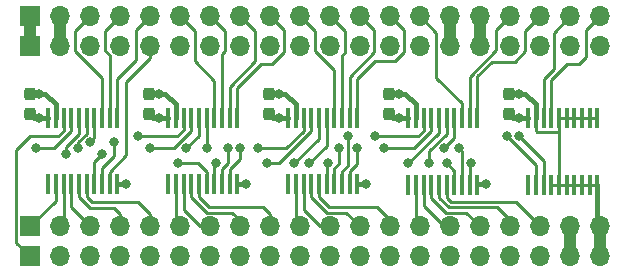
<source format=gbr>
%TF.GenerationSoftware,KiCad,Pcbnew,7.0.2*%
%TF.CreationDate,2023-06-15T20:21:22+09:00*%
%TF.ProjectId,TangNano5V,54616e67-4e61-46e6-9f35-562e6b696361,rev?*%
%TF.SameCoordinates,Original*%
%TF.FileFunction,Copper,L1,Top*%
%TF.FilePolarity,Positive*%
%FSLAX46Y46*%
G04 Gerber Fmt 4.6, Leading zero omitted, Abs format (unit mm)*
G04 Created by KiCad (PCBNEW 7.0.2) date 2023-06-15 20:21:22*
%MOMM*%
%LPD*%
G01*
G04 APERTURE LIST*
G04 Aperture macros list*
%AMRoundRect*
0 Rectangle with rounded corners*
0 $1 Rounding radius*
0 $2 $3 $4 $5 $6 $7 $8 $9 X,Y pos of 4 corners*
0 Add a 4 corners polygon primitive as box body*
4,1,4,$2,$3,$4,$5,$6,$7,$8,$9,$2,$3,0*
0 Add four circle primitives for the rounded corners*
1,1,$1+$1,$2,$3*
1,1,$1+$1,$4,$5*
1,1,$1+$1,$6,$7*
1,1,$1+$1,$8,$9*
0 Add four rect primitives between the rounded corners*
20,1,$1+$1,$2,$3,$4,$5,0*
20,1,$1+$1,$4,$5,$6,$7,0*
20,1,$1+$1,$6,$7,$8,$9,0*
20,1,$1+$1,$8,$9,$2,$3,0*%
G04 Aperture macros list end*
%TA.AperFunction,SMDPad,CuDef*%
%ADD10R,0.355600X1.676400*%
%TD*%
%TA.AperFunction,ComponentPad*%
%ADD11R,1.700000X1.700000*%
%TD*%
%TA.AperFunction,ComponentPad*%
%ADD12O,1.700000X1.700000*%
%TD*%
%TA.AperFunction,SMDPad,CuDef*%
%ADD13RoundRect,0.237500X0.237500X-0.300000X0.237500X0.300000X-0.237500X0.300000X-0.237500X-0.300000X0*%
%TD*%
%TA.AperFunction,ViaPad*%
%ADD14C,0.800000*%
%TD*%
%TA.AperFunction,Conductor*%
%ADD15C,0.250000*%
%TD*%
%TA.AperFunction,Conductor*%
%ADD16C,1.000000*%
%TD*%
%TA.AperFunction,Conductor*%
%ADD17C,0.400000*%
%TD*%
G04 APERTURE END LIST*
D10*
%TO.P,U1,20,VCC*%
%TO.N,+3.3V*%
X4064002Y-11125200D03*
%TO.P,U1,19,\u002AOE*%
%TO.N,GND*%
X4714001Y-11125200D03*
%TO.P,U1,18,B1*%
%TO.N,PIN73*%
X5364002Y-11125200D03*
%TO.P,U1,17,B2*%
%TO.N,PIN74*%
X6014001Y-11125200D03*
%TO.P,U1,16,B3*%
%TO.N,PIN75*%
X6664002Y-11125200D03*
%TO.P,U1,15,B4*%
%TO.N,PIN85*%
X7314001Y-11125200D03*
%TO.P,U1,14,B5*%
%TO.N,PIN77*%
X7964002Y-11125200D03*
%TO.P,U1,13,B6*%
%TO.N,PIN76*%
X8614001Y-11125200D03*
%TO.P,U1,12,B7*%
%TO.N,PIN80*%
X9264002Y-11125200D03*
%TO.P,U1,11,B8*%
%TO.N,PIN42*%
X9914000Y-11125200D03*
%TO.P,U1,10,GND*%
%TO.N,GND*%
X9913998Y-16764000D03*
%TO.P,U1,9,A8*%
%TO.N,PIN42_H*%
X9263999Y-16764000D03*
%TO.P,U1,8,A7*%
%TO.N,PIN80_H*%
X8613998Y-16764000D03*
%TO.P,U1,7,A6*%
%TO.N,PIN76_H*%
X7963999Y-16764000D03*
%TO.P,U1,6,A5*%
%TO.N,PIN77_H*%
X7313998Y-16764000D03*
%TO.P,U1,5,A4*%
%TO.N,PIN85_H*%
X6663999Y-16764000D03*
%TO.P,U1,4,A3*%
%TO.N,PIN75_H*%
X6014001Y-16764000D03*
%TO.P,U1,3,A2*%
%TO.N,PIN74_H*%
X5363999Y-16764000D03*
%TO.P,U1,2,A1*%
%TO.N,PIN73_H*%
X4714001Y-16764000D03*
%TO.P,U1,1,NC*%
%TO.N,unconnected-(U1-NC-Pad1)*%
X4064000Y-16764000D03*
%TD*%
%TO.P,U5,1,NC*%
%TO.N,unconnected-(U5-NC-Pad1)*%
X44704000Y-16789400D03*
%TO.P,U5,2,A1*%
%TO.N,PIN53_H*%
X45354001Y-16789400D03*
%TO.P,U5,3,A2*%
%TO.N,PIN52_H*%
X46003999Y-16789400D03*
%TO.P,U5,4,A3*%
%TO.N,GND*%
X46654001Y-16789400D03*
%TO.P,U5,5,A4*%
X47303999Y-16789400D03*
%TO.P,U5,6,A5*%
X47953998Y-16789400D03*
%TO.P,U5,7,A6*%
X48603999Y-16789400D03*
%TO.P,U5,8,A7*%
X49253998Y-16789400D03*
%TO.P,U5,9,A8*%
X49903999Y-16789400D03*
%TO.P,U5,10,GND*%
X50553998Y-16789400D03*
%TO.P,U5,11,B8*%
X50554000Y-11150600D03*
%TO.P,U5,12,B7*%
X49904002Y-11150600D03*
%TO.P,U5,13,B6*%
X49254001Y-11150600D03*
%TO.P,U5,14,B5*%
X48604002Y-11150600D03*
%TO.P,U5,15,B4*%
X47954001Y-11150600D03*
%TO.P,U5,16,B3*%
X47304002Y-11150600D03*
%TO.P,U5,17,B2*%
%TO.N,PIN52*%
X46654001Y-11150600D03*
%TO.P,U5,18,B1*%
%TO.N,PIN53*%
X46004002Y-11150600D03*
%TO.P,U5,19,\u002AOE*%
%TO.N,GND*%
X45354001Y-11150600D03*
%TO.P,U5,20,VCC*%
%TO.N,+3.3V*%
X44704002Y-11150600D03*
%TD*%
D11*
%TO.P,J2,1,Pin_1*%
%TO.N,+5V*%
X2540000Y-2540000D03*
D12*
%TO.P,J2,2,Pin_2*%
%TO.N,GND*%
X5080000Y-2540000D03*
%TO.P,J2,3,Pin_3*%
%TO.N,PIN76*%
X7620000Y-2540000D03*
%TO.P,J2,4,Pin_4*%
%TO.N,PIN80*%
X10160000Y-2540000D03*
%TO.P,J2,5,Pin_5*%
%TO.N,PIN42*%
X12700000Y-2540000D03*
%TO.P,J2,6,Pin_6*%
%TO.N,PIN41*%
X15240000Y-2540000D03*
%TO.P,J2,7,Pin_7*%
%TO.N,PIN56*%
X17780000Y-2540000D03*
%TO.P,J2,8,Pin_8*%
%TO.N,PIN54*%
X20320000Y-2540000D03*
%TO.P,J2,9,Pin_9*%
%TO.N,PIN51*%
X22860000Y-2540000D03*
%TO.P,J2,10,Pin_10*%
%TO.N,PIN48*%
X25400000Y-2540000D03*
%TO.P,J2,11,Pin_11*%
%TO.N,PIN55*%
X27940000Y-2540000D03*
%TO.P,J2,12,Pin_12*%
%TO.N,PIN49*%
X30480000Y-2540000D03*
%TO.P,J2,13,Pin_13*%
%TO.N,PIN86*%
X33020000Y-2540000D03*
%TO.P,J2,14,Pin_14*%
%TO.N,PIN79*%
X35560000Y-2540000D03*
%TO.P,J2,15,Pin_15*%
%TO.N,GND*%
X38100000Y-2540000D03*
%TO.P,J2,16,Pin_16*%
%TO.N,+3.3V*%
X40640000Y-2540000D03*
%TO.P,J2,17,Pin_17*%
%TO.N,PIN72*%
X43180000Y-2540000D03*
%TO.P,J2,18,Pin_18*%
%TO.N,PIN71*%
X45720000Y-2540000D03*
%TO.P,J2,19,Pin_19*%
%TO.N,PIN53*%
X48260000Y-2540000D03*
%TO.P,J2,20,Pin_20*%
%TO.N,PIN52*%
X50800000Y-2540000D03*
%TD*%
D10*
%TO.P,U2,1,NC*%
%TO.N,unconnected-(U2-NC-Pad1)*%
X14224000Y-16764000D03*
%TO.P,U2,2,A1*%
%TO.N,PIN15_H*%
X14874001Y-16764000D03*
%TO.P,U2,3,A2*%
%TO.N,PIN16_H*%
X15523999Y-16764000D03*
%TO.P,U2,4,A3*%
%TO.N,PIN27_H*%
X16174001Y-16764000D03*
%TO.P,U2,5,A4*%
%TO.N,PIN28_H*%
X16823999Y-16764000D03*
%TO.P,U2,6,A5*%
%TO.N,PIN41_H*%
X17473998Y-16764000D03*
%TO.P,U2,7,A6*%
%TO.N,PIN56_H*%
X18123999Y-16764000D03*
%TO.P,U2,8,A7*%
%TO.N,PIN54_H*%
X18773998Y-16764000D03*
%TO.P,U2,9,A8*%
%TO.N,PIN51_H*%
X19423999Y-16764000D03*
%TO.P,U2,10,GND*%
%TO.N,GND*%
X20073998Y-16764000D03*
%TO.P,U2,11,B8*%
%TO.N,PIN51*%
X20074000Y-11125200D03*
%TO.P,U2,12,B7*%
%TO.N,PIN54*%
X19424002Y-11125200D03*
%TO.P,U2,13,B6*%
%TO.N,PIN56*%
X18774001Y-11125200D03*
%TO.P,U2,14,B5*%
%TO.N,PIN41*%
X18124002Y-11125200D03*
%TO.P,U2,15,B4*%
%TO.N,PIN28*%
X17474001Y-11125200D03*
%TO.P,U2,16,B3*%
%TO.N,PIN27*%
X16824002Y-11125200D03*
%TO.P,U2,17,B2*%
%TO.N,PIN16*%
X16174001Y-11125200D03*
%TO.P,U2,18,B1*%
%TO.N,PIN15*%
X15524002Y-11125200D03*
%TO.P,U2,19,\u002AOE*%
%TO.N,GND*%
X14874001Y-11125200D03*
%TO.P,U2,20,VCC*%
%TO.N,+3.3V*%
X14224002Y-11125200D03*
%TD*%
D13*
%TO.P,C5,1*%
%TO.N,+3.3V*%
X43053000Y-10795000D03*
%TO.P,C5,2*%
%TO.N,GND*%
X43053000Y-9070000D03*
%TD*%
%TO.P,C2,1*%
%TO.N,+3.3V*%
X12573000Y-10795000D03*
%TO.P,C2,2*%
%TO.N,GND*%
X12573000Y-9070000D03*
%TD*%
D11*
%TO.P,J1,1,Pin_1*%
%TO.N,PIN73*%
X2540000Y-22860000D03*
D12*
%TO.P,J1,2,Pin_2*%
%TO.N,PIN74*%
X5080000Y-22860000D03*
%TO.P,J1,3,Pin_3*%
%TO.N,PIN75*%
X7620000Y-22860000D03*
%TO.P,J1,4,Pin_4*%
%TO.N,PIN85*%
X10160000Y-22860000D03*
%TO.P,J1,5,Pin_5*%
%TO.N,PIN77*%
X12700000Y-22860000D03*
%TO.P,J1,6,Pin_6*%
%TO.N,PIN15*%
X15240000Y-22860000D03*
%TO.P,J1,7,Pin_7*%
%TO.N,PIN16*%
X17780000Y-22860000D03*
%TO.P,J1,8,Pin_8*%
%TO.N,PIN27*%
X20320000Y-22860000D03*
%TO.P,J1,9,Pin_9*%
%TO.N,PIN28*%
X22860000Y-22860000D03*
%TO.P,J1,10,Pin_10*%
%TO.N,PIN25*%
X25400000Y-22860000D03*
%TO.P,J1,11,Pin_11*%
%TO.N,PIN26*%
X27940000Y-22860000D03*
%TO.P,J1,12,Pin_12*%
%TO.N,PIN29*%
X30480000Y-22860000D03*
%TO.P,J1,13,Pin_13*%
%TO.N,PIN30*%
X33020000Y-22860000D03*
%TO.P,J1,14,Pin_14*%
%TO.N,PIN31*%
X35560000Y-22860000D03*
%TO.P,J1,15,Pin_15*%
%TO.N,PIN17*%
X38100000Y-22860000D03*
%TO.P,J1,16,Pin_16*%
%TO.N,PIN20*%
X40640000Y-22860000D03*
%TO.P,J1,17,Pin_17*%
%TO.N,PIN19*%
X43180000Y-22860000D03*
%TO.P,J1,18,Pin_18*%
%TO.N,PIN18*%
X45720000Y-22860000D03*
%TO.P,J1,19,Pin_19*%
%TO.N,+3.3V*%
X48260000Y-22860000D03*
%TO.P,J1,20,Pin_20*%
%TO.N,GND*%
X50800000Y-22860000D03*
%TD*%
D13*
%TO.P,C4,1*%
%TO.N,+3.3V*%
X32893000Y-10795000D03*
%TO.P,C4,2*%
%TO.N,GND*%
X32893000Y-9070000D03*
%TD*%
%TO.P,C1,1*%
%TO.N,+3.3V*%
X2540000Y-10795000D03*
%TO.P,C1,2*%
%TO.N,GND*%
X2540000Y-9070000D03*
%TD*%
D10*
%TO.P,U4,1,NC*%
%TO.N,unconnected-(U4-NC-Pad1)*%
X34544000Y-16789400D03*
%TO.P,U4,2,A1*%
%TO.N,PIN31_H*%
X35194001Y-16789400D03*
%TO.P,U4,3,A2*%
%TO.N,PIN17_H*%
X35843999Y-16789400D03*
%TO.P,U4,4,A3*%
%TO.N,PIN20_H*%
X36494001Y-16789400D03*
%TO.P,U4,5,A4*%
%TO.N,PIN19_H*%
X37143999Y-16789400D03*
%TO.P,U4,6,A5*%
%TO.N,PIN18_H*%
X37793998Y-16789400D03*
%TO.P,U4,7,A6*%
%TO.N,PIN79_H*%
X38443999Y-16789400D03*
%TO.P,U4,8,A7*%
%TO.N,PIN72_H*%
X39093998Y-16789400D03*
%TO.P,U4,9,A8*%
%TO.N,PIN71_H*%
X39743999Y-16789400D03*
%TO.P,U4,10,GND*%
%TO.N,GND*%
X40393998Y-16789400D03*
%TO.P,U4,11,B8*%
%TO.N,PIN71*%
X40394000Y-11150600D03*
%TO.P,U4,12,B7*%
%TO.N,PIN72*%
X39744002Y-11150600D03*
%TO.P,U4,13,B6*%
%TO.N,PIN79*%
X39094001Y-11150600D03*
%TO.P,U4,14,B5*%
%TO.N,PIN18*%
X38444002Y-11150600D03*
%TO.P,U4,15,B4*%
%TO.N,PIN19*%
X37794001Y-11150600D03*
%TO.P,U4,16,B3*%
%TO.N,PIN20*%
X37144002Y-11150600D03*
%TO.P,U4,17,B2*%
%TO.N,PIN17*%
X36494001Y-11150600D03*
%TO.P,U4,18,B1*%
%TO.N,PIN31*%
X35844002Y-11150600D03*
%TO.P,U4,19,\u002AOE*%
%TO.N,GND*%
X35194001Y-11150600D03*
%TO.P,U4,20,VCC*%
%TO.N,+3.3V*%
X34544002Y-11150600D03*
%TD*%
%TO.P,U3,1,NC*%
%TO.N,unconnected-(U3-NC-Pad1)*%
X24384000Y-16764000D03*
%TO.P,U3,2,A1*%
%TO.N,PIN25_H*%
X25034001Y-16764000D03*
%TO.P,U3,3,A2*%
%TO.N,PIN26_H*%
X25683999Y-16764000D03*
%TO.P,U3,4,A3*%
%TO.N,PIN29_H*%
X26334001Y-16764000D03*
%TO.P,U3,5,A4*%
%TO.N,PIN30_H*%
X26983999Y-16764000D03*
%TO.P,U3,6,A5*%
%TO.N,PIN48_H*%
X27633998Y-16764000D03*
%TO.P,U3,7,A6*%
%TO.N,PIN55_H*%
X28283999Y-16764000D03*
%TO.P,U3,8,A7*%
%TO.N,PIN49_H*%
X28933998Y-16764000D03*
%TO.P,U3,9,A8*%
%TO.N,PIN86_H*%
X29583999Y-16764000D03*
%TO.P,U3,10,GND*%
%TO.N,GND*%
X30233998Y-16764000D03*
%TO.P,U3,11,B8*%
%TO.N,PIN86*%
X30234000Y-11125200D03*
%TO.P,U3,12,B7*%
%TO.N,PIN49*%
X29584002Y-11125200D03*
%TO.P,U3,13,B6*%
%TO.N,PIN55*%
X28934001Y-11125200D03*
%TO.P,U3,14,B5*%
%TO.N,PIN48*%
X28284002Y-11125200D03*
%TO.P,U3,15,B4*%
%TO.N,PIN30*%
X27634001Y-11125200D03*
%TO.P,U3,16,B3*%
%TO.N,PIN29*%
X26984002Y-11125200D03*
%TO.P,U3,17,B2*%
%TO.N,PIN26*%
X26334001Y-11125200D03*
%TO.P,U3,18,B1*%
%TO.N,PIN25*%
X25684002Y-11125200D03*
%TO.P,U3,19,\u002AOE*%
%TO.N,GND*%
X25034001Y-11125200D03*
%TO.P,U3,20,VCC*%
%TO.N,+3.3V*%
X24384002Y-11125200D03*
%TD*%
D13*
%TO.P,C3,1*%
%TO.N,+3.3V*%
X22733000Y-10795000D03*
%TO.P,C3,2*%
%TO.N,GND*%
X22733000Y-9070000D03*
%TD*%
D11*
%TO.P,J4,1,Pin_1*%
%TO.N,+5V*%
X2540000Y-5080000D03*
D12*
%TO.P,J4,2,Pin_2*%
%TO.N,GND*%
X5080000Y-5080000D03*
%TO.P,J4,3,Pin_3*%
%TO.N,PIN76_H*%
X7620000Y-5080000D03*
%TO.P,J4,4,Pin_4*%
%TO.N,PIN80_H*%
X10160000Y-5080000D03*
%TO.P,J4,5,Pin_5*%
%TO.N,PIN42_H*%
X12700000Y-5080000D03*
%TO.P,J4,6,Pin_6*%
%TO.N,PIN41_H*%
X15240000Y-5080000D03*
%TO.P,J4,7,Pin_7*%
%TO.N,PIN56_H*%
X17780000Y-5080000D03*
%TO.P,J4,8,Pin_8*%
%TO.N,PIN54_H*%
X20320000Y-5080000D03*
%TO.P,J4,9,Pin_9*%
%TO.N,PIN51_H*%
X22860000Y-5080000D03*
%TO.P,J4,10,Pin_10*%
%TO.N,PIN48_H*%
X25400000Y-5080000D03*
%TO.P,J4,11,Pin_11*%
%TO.N,PIN55_H*%
X27940000Y-5080000D03*
%TO.P,J4,12,Pin_12*%
%TO.N,PIN49_H*%
X30480000Y-5080000D03*
%TO.P,J4,13,Pin_13*%
%TO.N,PIN86_H*%
X33020000Y-5080000D03*
%TO.P,J4,14,Pin_14*%
%TO.N,PIN79_H*%
X35560000Y-5080000D03*
%TO.P,J4,15,Pin_15*%
%TO.N,GND*%
X38100000Y-5080000D03*
%TO.P,J4,16,Pin_16*%
%TO.N,+3.3V*%
X40640000Y-5080000D03*
%TO.P,J4,17,Pin_17*%
%TO.N,PIN72_H*%
X43180000Y-5080000D03*
%TO.P,J4,18,Pin_18*%
%TO.N,PIN71_H*%
X45720000Y-5080000D03*
%TO.P,J4,19,Pin_19*%
%TO.N,PIN53_H*%
X48260000Y-5080000D03*
%TO.P,J4,20,Pin_20*%
%TO.N,PIN52_H*%
X50800000Y-5080000D03*
%TD*%
D11*
%TO.P,J3,1,Pin_1*%
%TO.N,PIN73_H*%
X2540000Y-20320000D03*
D12*
%TO.P,J3,2,Pin_2*%
%TO.N,PIN74_H*%
X5080000Y-20320000D03*
%TO.P,J3,3,Pin_3*%
%TO.N,PIN75_H*%
X7620000Y-20320000D03*
%TO.P,J3,4,Pin_4*%
%TO.N,PIN85_H*%
X10160000Y-20320000D03*
%TO.P,J3,5,Pin_5*%
%TO.N,PIN77_H*%
X12700000Y-20320000D03*
%TO.P,J3,6,Pin_6*%
%TO.N,PIN15_H*%
X15240000Y-20320000D03*
%TO.P,J3,7,Pin_7*%
%TO.N,PIN16_H*%
X17780000Y-20320000D03*
%TO.P,J3,8,Pin_8*%
%TO.N,PIN27_H*%
X20320000Y-20320000D03*
%TO.P,J3,9,Pin_9*%
%TO.N,PIN28_H*%
X22860000Y-20320000D03*
%TO.P,J3,10,Pin_10*%
%TO.N,PIN25_H*%
X25400000Y-20320000D03*
%TO.P,J3,11,Pin_11*%
%TO.N,PIN26_H*%
X27940000Y-20320000D03*
%TO.P,J3,12,Pin_12*%
%TO.N,PIN29_H*%
X30480000Y-20320000D03*
%TO.P,J3,13,Pin_13*%
%TO.N,PIN30_H*%
X33020000Y-20320000D03*
%TO.P,J3,14,Pin_14*%
%TO.N,PIN31_H*%
X35560000Y-20320000D03*
%TO.P,J3,15,Pin_15*%
%TO.N,PIN17_H*%
X38100000Y-20320000D03*
%TO.P,J3,16,Pin_16*%
%TO.N,PIN20_H*%
X40640000Y-20320000D03*
%TO.P,J3,17,Pin_17*%
%TO.N,PIN19_H*%
X43180000Y-20320000D03*
%TO.P,J3,18,Pin_18*%
%TO.N,PIN18_H*%
X45720000Y-20320000D03*
%TO.P,J3,19,Pin_19*%
%TO.N,+3.3V*%
X48260000Y-20320000D03*
%TO.P,J3,20,Pin_20*%
%TO.N,GND*%
X50800000Y-20320000D03*
%TD*%
D14*
%TO.N,PIN52_H*%
X43946299Y-12695701D03*
%TO.N,PIN53_H*%
X42926000Y-12700000D03*
%TO.N,PIN71_H*%
X39878000Y-14986000D03*
%TO.N,PIN72_H*%
X38862000Y-13716000D03*
%TO.N,PIN18*%
X37600598Y-13716000D03*
%TO.N,PIN79_H*%
X37846000Y-14986000D03*
%TO.N,PIN19*%
X36322000Y-14986000D03*
%TO.N,PIN20*%
X34544000Y-14986000D03*
%TO.N,PIN17*%
X32512000Y-13716000D03*
%TO.N,PIN31*%
X31750000Y-12700000D03*
%TO.N,PIN86_H*%
X30226000Y-13716000D03*
%TO.N,PIN49_H*%
X29464000Y-12700000D03*
%TO.N,PIN55_H*%
X28702000Y-13716000D03*
%TO.N,PIN48_H*%
X27759149Y-14912850D03*
%TO.N,PIN30*%
X26162000Y-14986000D03*
%TO.N,PIN29*%
X24892000Y-14986000D03*
%TO.N,PIN26*%
X22606000Y-14986000D03*
%TO.N,PIN25*%
X21844000Y-13716000D03*
%TO.N,PIN51_H*%
X20320000Y-13716000D03*
%TO.N,PIN54_H*%
X19304000Y-13716000D03*
%TO.N,PIN56_H*%
X18250500Y-14986000D03*
%TO.N,PIN41_H*%
X15023500Y-14986000D03*
%TO.N,PIN28*%
X17526000Y-13716000D03*
%TO.N,PIN27*%
X15748000Y-13716000D03*
%TO.N,PIN16*%
X12700000Y-13716000D03*
%TO.N,PIN15*%
X11684000Y-12700000D03*
%TO.N,PIN80_H*%
X9652000Y-13208000D03*
%TO.N,PIN75*%
X5588000Y-14224000D03*
%TO.N,PIN85*%
X6604000Y-13716000D03*
%TO.N,PIN77*%
X7620000Y-13208000D03*
%TO.N,PIN76_H*%
X8631701Y-14219701D03*
%TO.N,PIN74*%
X3048000Y-13716000D03*
%TO.N,GND*%
X10668000Y-16764000D03*
X41148000Y-16764000D03*
X30988000Y-16764000D03*
X20828000Y-16764000D03*
%TO.N,+3.3V*%
X43942000Y-11176000D03*
%TO.N,GND*%
X43942000Y-9144000D03*
X33782000Y-9144000D03*
X23622000Y-9144000D03*
X13462000Y-9144000D03*
X3302000Y-9144000D03*
%TO.N,+3.3V*%
X3302000Y-11176000D03*
X13462000Y-11176000D03*
X23622000Y-11176000D03*
X33782000Y-11176000D03*
%TD*%
D15*
%TO.N,PIN52_H*%
X46003999Y-14753401D02*
X43946299Y-12695701D01*
X46003999Y-16789400D02*
X46003999Y-14753401D01*
%TO.N,PIN53_H*%
X45354001Y-15128001D02*
X42926000Y-12700000D01*
X45354001Y-16789400D02*
X45354001Y-15128001D01*
%TO.N,PIN71_H*%
X39743999Y-15120001D02*
X39878000Y-14986000D01*
X39743999Y-16789400D02*
X39743999Y-15120001D01*
%TO.N,PIN72_H*%
X39093998Y-13947998D02*
X38862000Y-13716000D01*
X39093998Y-16789400D02*
X39093998Y-13947998D01*
%TO.N,PIN18*%
X38444002Y-12872596D02*
X37600598Y-13716000D01*
X38444002Y-11150600D02*
X38444002Y-12872596D01*
%TO.N,PIN19*%
X36322000Y-13970000D02*
X36322000Y-14986000D01*
X37794001Y-12497999D02*
X36322000Y-13970000D01*
X37794001Y-11150600D02*
X37794001Y-12497999D01*
%TO.N,PIN79_H*%
X38443999Y-15583999D02*
X37846000Y-14986000D01*
X38443999Y-16789400D02*
X38443999Y-15583999D01*
%TO.N,PIN18_H*%
X37793998Y-17877600D02*
X38161398Y-18245000D01*
X38161398Y-18245000D02*
X43645000Y-18245000D01*
X37793998Y-16789400D02*
X37793998Y-17877600D01*
X43645000Y-18245000D02*
X45720000Y-20320000D01*
%TO.N,PIN20*%
X37144002Y-12385998D02*
X34544000Y-14986000D01*
X37144002Y-11150600D02*
X37144002Y-12385998D01*
%TO.N,PIN17*%
X35016801Y-13716000D02*
X32512000Y-13716000D01*
X36494001Y-12238800D02*
X35016801Y-13716000D01*
X36494001Y-11150600D02*
X36494001Y-12238800D01*
%TO.N,PIN31*%
X35382802Y-12700000D02*
X31750000Y-12700000D01*
X35844002Y-12238800D02*
X35382802Y-12700000D01*
X35844002Y-11150600D02*
X35844002Y-12238800D01*
%TO.N,PIN86_H*%
X29583999Y-15662195D02*
X30226000Y-15020194D01*
X30226000Y-15020194D02*
X30226000Y-13716000D01*
X29583999Y-16764000D02*
X29583999Y-15662195D01*
%TO.N,PIN49_H*%
X29464000Y-15145798D02*
X29464000Y-12700000D01*
X28933998Y-15675800D02*
X29464000Y-15145798D01*
X28933998Y-16764000D02*
X28933998Y-15675800D01*
%TO.N,PIN55_H*%
X28283999Y-15413305D02*
X28702000Y-14995304D01*
X28702000Y-14995304D02*
X28702000Y-13716000D01*
X28283999Y-16764000D02*
X28283999Y-15413305D01*
%TO.N,PIN48_H*%
X27633998Y-15038001D02*
X27759149Y-14912850D01*
X27633998Y-16764000D02*
X27633998Y-15038001D01*
%TO.N,PIN30*%
X27634001Y-13513999D02*
X26162000Y-14986000D01*
X27634001Y-11125200D02*
X27634001Y-13513999D01*
%TO.N,PIN29*%
X26984002Y-12893998D02*
X24892000Y-14986000D01*
X26984002Y-11125200D02*
X26984002Y-12893998D01*
%TO.N,PIN26*%
X23561401Y-14986000D02*
X22606000Y-14986000D01*
X26334001Y-12213400D02*
X23561401Y-14986000D01*
X26334001Y-11125200D02*
X26334001Y-12213400D01*
%TO.N,PIN25*%
X24181402Y-13716000D02*
X21844000Y-13716000D01*
X25684002Y-12213400D02*
X24181402Y-13716000D01*
X25684002Y-11125200D02*
X25684002Y-12213400D01*
%TO.N,PIN51_H*%
X20320000Y-14578201D02*
X20320000Y-13716000D01*
X19423999Y-15474202D02*
X20320000Y-14578201D01*
X19423999Y-16764000D02*
X19423999Y-15474202D01*
%TO.N,PIN54_H*%
X18773998Y-15487807D02*
X19304000Y-14957805D01*
X19304000Y-14957805D02*
X19304000Y-13716000D01*
X18773998Y-16764000D02*
X18773998Y-15487807D01*
%TO.N,PIN56_H*%
X18123999Y-15112501D02*
X18250500Y-14986000D01*
X18123999Y-16764000D02*
X18123999Y-15112501D01*
%TO.N,PIN41_H*%
X16784198Y-14986000D02*
X15023500Y-14986000D01*
X17473998Y-15675800D02*
X16784198Y-14986000D01*
X17473998Y-16764000D02*
X17473998Y-15675800D01*
%TO.N,PIN28*%
X17474001Y-13664001D02*
X17526000Y-13716000D01*
X17474001Y-11125200D02*
X17474001Y-13664001D01*
%TO.N,PIN27*%
X16824002Y-12639998D02*
X15748000Y-13716000D01*
X16824002Y-11125200D02*
X16824002Y-12639998D01*
%TO.N,PIN16*%
X14671401Y-13716000D02*
X12700000Y-13716000D01*
X16174001Y-12213400D02*
X14671401Y-13716000D01*
X16174001Y-11125200D02*
X16174001Y-12213400D01*
%TO.N,PIN15*%
X15524002Y-12141199D02*
X15524002Y-11125200D01*
X14965201Y-12700000D02*
X15524002Y-12141199D01*
X11684000Y-12700000D02*
X14965201Y-12700000D01*
%TO.N,PIN80_H*%
X9652000Y-14362799D02*
X9652000Y-13208000D01*
X8613998Y-15400801D02*
X9652000Y-14362799D01*
X8613998Y-16764000D02*
X8613998Y-15400801D01*
%TO.N,PIN75*%
X5588000Y-13578299D02*
X5588000Y-14224000D01*
X6664002Y-12502297D02*
X5588000Y-13578299D01*
X6664002Y-11125200D02*
X6664002Y-12502297D01*
%TO.N,PIN85*%
X6604000Y-13198695D02*
X6604000Y-13716000D01*
X7314001Y-12488694D02*
X6604000Y-13198695D01*
X7314001Y-11125200D02*
X7314001Y-12488694D01*
%TO.N,PIN77*%
X7964002Y-12863998D02*
X7620000Y-13208000D01*
X7964002Y-11125200D02*
X7964002Y-12863998D01*
%TO.N,PIN76_H*%
X7963999Y-14887403D02*
X8631701Y-14219701D01*
X7963999Y-16764000D02*
X7963999Y-14887403D01*
%TO.N,PIN42_H*%
X10668000Y-8128000D02*
X12700000Y-6096000D01*
X10668000Y-14271799D02*
X10668000Y-8128000D01*
X12700000Y-6096000D02*
X12700000Y-5080000D01*
X9263999Y-15675800D02*
X10668000Y-14271799D01*
X9263999Y-16764000D02*
X9263999Y-15675800D01*
%TO.N,PIN52*%
X49022000Y-6604000D02*
X49625000Y-6001000D01*
X49625000Y-3715000D02*
X50800000Y-2540000D01*
X48006000Y-6604000D02*
X49022000Y-6604000D01*
X46654001Y-11150600D02*
X46654001Y-7955999D01*
X46654001Y-7955999D02*
X48006000Y-6604000D01*
X49625000Y-6001000D02*
X49625000Y-3715000D01*
%TO.N,PIN53*%
X46895000Y-6953000D02*
X46895000Y-3905000D01*
X46004002Y-7843998D02*
X46895000Y-6953000D01*
X46895000Y-3905000D02*
X48260000Y-2540000D01*
X46004002Y-11150600D02*
X46004002Y-7843998D01*
%TO.N,PIN71*%
X44450000Y-3810000D02*
X45720000Y-2540000D01*
X44450000Y-5471701D02*
X44450000Y-3810000D01*
X41662049Y-6356048D02*
X43565653Y-6356048D01*
X43565653Y-6356048D02*
X44450000Y-5471701D01*
X40394000Y-7624097D02*
X41662049Y-6356048D01*
X40394000Y-11150600D02*
X40394000Y-7624097D01*
%TO.N,PIN72*%
X42005000Y-5376701D02*
X42005000Y-3715000D01*
X42005000Y-3715000D02*
X43180000Y-2540000D01*
X39744002Y-7637699D02*
X42005000Y-5376701D01*
X39744002Y-11150600D02*
X39744002Y-7637699D01*
%TO.N,PIN79*%
X36925000Y-3905000D02*
X35560000Y-2540000D01*
X36925000Y-7715000D02*
X36925000Y-3905000D01*
X39094001Y-9884001D02*
X36925000Y-7715000D01*
X39094001Y-11150600D02*
X39094001Y-9884001D01*
%TO.N,PIN86*%
X34195000Y-3715000D02*
X33020000Y-2540000D01*
X30234000Y-7866000D02*
X31750000Y-6350000D01*
X33411701Y-6350000D02*
X34195000Y-5566701D01*
X30234000Y-11125200D02*
X30234000Y-7866000D01*
X31750000Y-6350000D02*
X33411701Y-6350000D01*
X34195000Y-5566701D02*
X34195000Y-3715000D01*
%TO.N,PIN49*%
X31655000Y-3715000D02*
X30480000Y-2540000D01*
X31655000Y-5566701D02*
X31655000Y-3715000D01*
X29584002Y-7637699D02*
X31655000Y-5566701D01*
X29584002Y-11125200D02*
X29584002Y-7637699D01*
%TO.N,PIN55*%
X29210000Y-3810000D02*
X27940000Y-2540000D01*
X29210000Y-5588000D02*
X29210000Y-3810000D01*
X28934001Y-5863999D02*
X29210000Y-5588000D01*
X28934001Y-11125200D02*
X28934001Y-5863999D01*
%TO.N,PIN48*%
X26670000Y-3810000D02*
X25400000Y-2540000D01*
X26670000Y-5471701D02*
X26670000Y-3810000D01*
X28284002Y-7085703D02*
X26670000Y-5471701D01*
X28284002Y-11125200D02*
X28284002Y-7085703D01*
%TO.N,PIN51*%
X24035000Y-3715000D02*
X22860000Y-2540000D01*
X24035000Y-5566701D02*
X24035000Y-3715000D01*
X22997701Y-6604000D02*
X24035000Y-5566701D01*
X22098000Y-6604000D02*
X22997701Y-6604000D01*
X20074000Y-8628000D02*
X22098000Y-6604000D01*
X20074000Y-11125200D02*
X20074000Y-8628000D01*
%TO.N,PIN54*%
X21590000Y-3810000D02*
X20320000Y-2540000D01*
X19424002Y-8515998D02*
X21590000Y-6350000D01*
X19424002Y-11125200D02*
X19424002Y-8515998D01*
X21590000Y-6350000D02*
X21590000Y-3810000D01*
%TO.N,PIN56*%
X19050000Y-3810000D02*
X17780000Y-2540000D01*
X18774001Y-5747700D02*
X19050000Y-5471701D01*
X19050000Y-5471701D02*
X19050000Y-3810000D01*
X18774001Y-11125200D02*
X18774001Y-5747700D01*
%TO.N,PIN41*%
X16510000Y-3810000D02*
X15240000Y-2540000D01*
X18124002Y-7964002D02*
X16510000Y-6350000D01*
X16510000Y-6350000D02*
X16510000Y-3810000D01*
X18124002Y-11125200D02*
X18124002Y-7964002D01*
%TO.N,PIN42*%
X11525000Y-3715000D02*
X12700000Y-2540000D01*
X11525000Y-6255000D02*
X11525000Y-3715000D01*
X9914000Y-7866000D02*
X11525000Y-6255000D01*
X9914000Y-11125200D02*
X9914000Y-7866000D01*
%TO.N,PIN80*%
X8890000Y-5471701D02*
X8890000Y-3810000D01*
X9264002Y-5845703D02*
X8890000Y-5471701D01*
X9264002Y-11125200D02*
X9264002Y-5845703D01*
X8890000Y-3810000D02*
X10160000Y-2540000D01*
%TO.N,PIN76*%
X6350000Y-5471701D02*
X6350000Y-3810000D01*
X6350000Y-3810000D02*
X7620000Y-2540000D01*
X8614001Y-7735702D02*
X6350000Y-5471701D01*
X8614001Y-11125200D02*
X8614001Y-7735702D01*
%TO.N,PIN19_H*%
X42063000Y-18695000D02*
X43180000Y-19812000D01*
X37143999Y-17877600D02*
X37961399Y-18695000D01*
X43180000Y-19812000D02*
X43180000Y-20320000D01*
X37143999Y-16789400D02*
X37143999Y-17877600D01*
X37961399Y-18695000D02*
X42063000Y-18695000D01*
%TO.N,PIN20_H*%
X39465000Y-19145000D02*
X40640000Y-20320000D01*
X36494001Y-17877600D02*
X37761401Y-19145000D01*
X36494001Y-16789400D02*
X36494001Y-17877600D01*
X37761401Y-19145000D02*
X39465000Y-19145000D01*
%TO.N,PIN17_H*%
X37592000Y-20320000D02*
X38100000Y-20320000D01*
X35843999Y-16789400D02*
X35843999Y-18571999D01*
X35843999Y-18571999D02*
X37592000Y-20320000D01*
%TO.N,PIN31_H*%
X35194001Y-19954001D02*
X35560000Y-20320000D01*
X35194001Y-16789400D02*
X35194001Y-19954001D01*
%TO.N,PIN30_H*%
X33020000Y-19812000D02*
X33020000Y-20320000D01*
X31903000Y-18695000D02*
X33020000Y-19812000D01*
X27826799Y-18695000D02*
X31903000Y-18695000D01*
X26983999Y-17852200D02*
X27826799Y-18695000D01*
X26983999Y-16764000D02*
X26983999Y-17852200D01*
%TO.N,PIN29_H*%
X26334001Y-17852200D02*
X27626801Y-19145000D01*
X27626801Y-19145000D02*
X29305000Y-19145000D01*
X29305000Y-19145000D02*
X30480000Y-20320000D01*
X26334001Y-16764000D02*
X26334001Y-17852200D01*
%TO.N,PIN26_H*%
X25683999Y-18942298D02*
X27061701Y-20320000D01*
X27061701Y-20320000D02*
X27940000Y-20320000D01*
X25683999Y-16764000D02*
X25683999Y-18942298D01*
%TO.N,PIN25_H*%
X25034001Y-19954001D02*
X25400000Y-20320000D01*
X25034001Y-16764000D02*
X25034001Y-19954001D01*
%TO.N,PIN28_H*%
X17666799Y-18695000D02*
X22251000Y-18695000D01*
X22860000Y-19304000D02*
X22860000Y-20320000D01*
X16823999Y-17852200D02*
X17666799Y-18695000D01*
X22251000Y-18695000D02*
X22860000Y-19304000D01*
X16823999Y-16764000D02*
X16823999Y-17852200D01*
%TO.N,PIN27_H*%
X19653000Y-19145000D02*
X20320000Y-19812000D01*
X17466801Y-19145000D02*
X19653000Y-19145000D01*
X16174001Y-17852200D02*
X17466801Y-19145000D01*
X16174001Y-16764000D02*
X16174001Y-17852200D01*
X20320000Y-19812000D02*
X20320000Y-20320000D01*
%TO.N,PIN16_H*%
X16901701Y-20320000D02*
X17780000Y-20320000D01*
X15523999Y-18942298D02*
X16901701Y-20320000D01*
X15523999Y-16764000D02*
X15523999Y-18942298D01*
%TO.N,PIN15_H*%
X14874001Y-19954001D02*
X15240000Y-20320000D01*
X14874001Y-16764000D02*
X14874001Y-19954001D01*
%TO.N,PIN85_H*%
X9652000Y-18796000D02*
X10160000Y-19304000D01*
X6663999Y-17852200D02*
X7607799Y-18796000D01*
X7607799Y-18796000D02*
X9652000Y-18796000D01*
X10160000Y-19304000D02*
X10160000Y-20320000D01*
X6663999Y-16764000D02*
X6663999Y-17852200D01*
%TO.N,PIN77_H*%
X12700000Y-19304000D02*
X12700000Y-20320000D01*
X11684000Y-18288000D02*
X12700000Y-19304000D01*
X7749798Y-18288000D02*
X11684000Y-18288000D01*
X7313998Y-17852200D02*
X7749798Y-18288000D01*
X7313998Y-16764000D02*
X7313998Y-17852200D01*
%TO.N,PIN75_H*%
X6014001Y-18714001D02*
X7620000Y-20320000D01*
X6014001Y-16764000D02*
X6014001Y-18714001D01*
%TO.N,PIN74_H*%
X5363999Y-20036001D02*
X5080000Y-20320000D01*
X5363999Y-16764000D02*
X5363999Y-20036001D01*
%TO.N,PIN73_H*%
X4714001Y-18145999D02*
X2540000Y-20320000D01*
X4714001Y-16764000D02*
X4714001Y-18145999D01*
%TO.N,PIN73*%
X1365000Y-21685000D02*
X2540000Y-22860000D01*
X2540000Y-12700000D02*
X1365000Y-13875000D01*
X4877402Y-12700000D02*
X2540000Y-12700000D01*
X5364002Y-12213400D02*
X4877402Y-12700000D01*
X1365000Y-13875000D02*
X1365000Y-21685000D01*
X5364002Y-11125200D02*
X5364002Y-12213400D01*
%TO.N,PIN74*%
X6014001Y-12213400D02*
X4511401Y-13716000D01*
X4511401Y-13716000D02*
X3048000Y-13716000D01*
X6014001Y-11125200D02*
X6014001Y-12213400D01*
%TO.N,GND*%
X46654001Y-16789400D02*
X50553998Y-16789400D01*
X47304002Y-16789397D02*
X47303999Y-16789400D01*
X47304002Y-11150600D02*
X47304002Y-16789397D01*
X45429001Y-12313800D02*
X45354001Y-12238800D01*
X47229002Y-12313800D02*
X45429001Y-12313800D01*
X47304002Y-12238800D02*
X47229002Y-12313800D01*
X45354001Y-12238800D02*
X45354001Y-11150600D01*
X47304002Y-11150600D02*
X47304002Y-12238800D01*
X50554000Y-11150600D02*
X47304002Y-11150600D01*
D16*
%TO.N,+3.3V*%
X48260000Y-22860000D02*
X48260000Y-20320000D01*
%TO.N,GND*%
X50800000Y-22860000D02*
X50800000Y-20320000D01*
%TO.N,+3.3V*%
X40640000Y-2540000D02*
X40640000Y-5080000D01*
%TO.N,GND*%
X38100000Y-2540000D02*
X38100000Y-5080000D01*
X5080000Y-2540000D02*
X5080000Y-5080000D01*
%TO.N,+5V*%
X2540000Y-2540000D02*
X2540000Y-5080000D01*
D17*
%TO.N,GND*%
X10668000Y-16764000D02*
X9913998Y-16764000D01*
X20828000Y-16764000D02*
X20073998Y-16764000D01*
X30988000Y-16764000D02*
X30233998Y-16764000D01*
X40419398Y-16764000D02*
X40393998Y-16789400D01*
X41148000Y-16764000D02*
X40419398Y-16764000D01*
%TO.N,+3.3V*%
X43916600Y-11150600D02*
X43408600Y-11150600D01*
X43942000Y-11176000D02*
X43916600Y-11150600D01*
X43967400Y-11150600D02*
X43942000Y-11176000D01*
%TO.N,GND*%
X43868000Y-9070000D02*
X43053000Y-9070000D01*
X43942000Y-9144000D02*
X43868000Y-9070000D01*
X44016000Y-9070000D02*
X43942000Y-9144000D01*
X33708000Y-9070000D02*
X32893000Y-9070000D01*
X33782000Y-9144000D02*
X33708000Y-9070000D01*
X33856000Y-9070000D02*
X33782000Y-9144000D01*
X23548000Y-9070000D02*
X22733000Y-9070000D01*
X23622000Y-9144000D02*
X23548000Y-9070000D01*
X23696000Y-9070000D02*
X23622000Y-9144000D01*
X13388000Y-9070000D02*
X12573000Y-9070000D01*
X13462000Y-9144000D02*
X13388000Y-9070000D01*
X13536000Y-9070000D02*
X13462000Y-9144000D01*
X3228000Y-9070000D02*
X2540000Y-9070000D01*
X3302000Y-9144000D02*
X3228000Y-9070000D01*
X3376000Y-9070000D02*
X3302000Y-9144000D01*
%TO.N,+3.3V*%
X3251200Y-11125200D02*
X2870200Y-11125200D01*
X3302000Y-11176000D02*
X3251200Y-11125200D01*
X3352800Y-11125200D02*
X3302000Y-11176000D01*
X13411200Y-11125200D02*
X12903200Y-11125200D01*
X13462000Y-11176000D02*
X13411200Y-11125200D01*
X13512800Y-11125200D02*
X13462000Y-11176000D01*
X23571200Y-11125200D02*
X23063200Y-11125200D01*
X23622000Y-11176000D02*
X23571200Y-11125200D01*
X23672800Y-11125200D02*
X23622000Y-11176000D01*
X33756600Y-11150600D02*
X33248600Y-11150600D01*
X33782000Y-11176000D02*
X33756600Y-11150600D01*
X33807400Y-11150600D02*
X33782000Y-11176000D01*
%TO.N,GND*%
X50553998Y-16789400D02*
X50553998Y-20073998D01*
X50553998Y-20073998D02*
X50800000Y-20320000D01*
X4714001Y-9959199D02*
X3824802Y-9070000D01*
X3824802Y-9070000D02*
X3376000Y-9070000D01*
X4714001Y-11125200D02*
X4714001Y-9959199D01*
X13984802Y-9070000D02*
X13536000Y-9070000D01*
X14874001Y-11125200D02*
X14874001Y-9959199D01*
X14874001Y-9959199D02*
X13984802Y-9070000D01*
X25034001Y-9959199D02*
X24144802Y-9070000D01*
X24144802Y-9070000D02*
X23696000Y-9070000D01*
X25034001Y-11125200D02*
X25034001Y-9959199D01*
X34279402Y-9070000D02*
X33856000Y-9070000D01*
X35194001Y-9984599D02*
X34279402Y-9070000D01*
X35194001Y-11150600D02*
X35194001Y-9984599D01*
X45354001Y-11150600D02*
X45354001Y-9984599D01*
X45354001Y-9984599D02*
X44439402Y-9070000D01*
X44439402Y-9070000D02*
X44016000Y-9070000D01*
%TO.N,+3.3V*%
X43408600Y-11150600D02*
X43053000Y-10795000D01*
X44704002Y-11150600D02*
X43967400Y-11150600D01*
X33248600Y-11150600D02*
X32893000Y-10795000D01*
X34544002Y-11150600D02*
X33807400Y-11150600D01*
X23063200Y-11125200D02*
X22733000Y-10795000D01*
X24384002Y-11125200D02*
X23672800Y-11125200D01*
X14224002Y-11125200D02*
X13512800Y-11125200D01*
X12903200Y-11125200D02*
X12573000Y-10795000D01*
X2870200Y-11125200D02*
X2540000Y-10795000D01*
X4064002Y-11125200D02*
X3352800Y-11125200D01*
%TD*%
M02*

</source>
